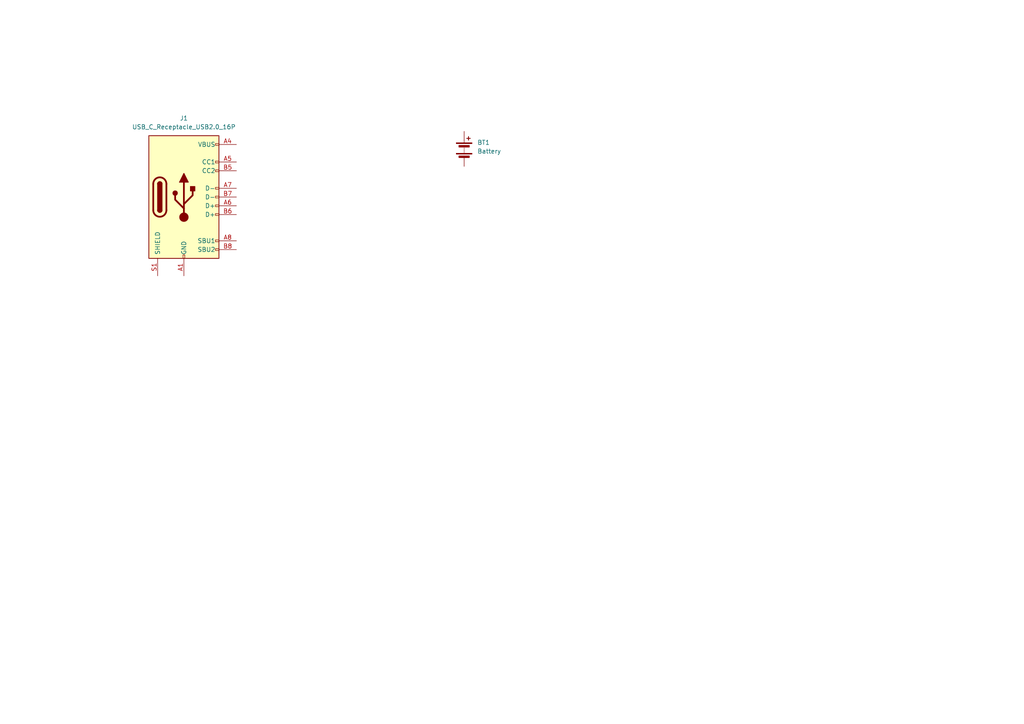
<source format=kicad_sch>
(kicad_sch (version 20231120) (generator "eeschema") (generator_version "8.0")
  (paper "A4")
  (lib_symbols
    (symbol "Connector:USB_C_Receptacle_USB2.0_16P" (pin_names (offset 1.016))
      (property "Reference" "J" (at 0 22.225 0))
      (property "Value" "USB_C_Receptacle_USB2.0_16P" (at 0 19.685 0))
      (symbol "USB_C_Receptacle_USB2.0_16P_0_0"
        (rectangle (start -0.254 -17.78) (end 0.254 -16.764))
        (rectangle (start 10.16 -14.986) (end 9.144 -15.494))
        (rectangle (start 10.16 -12.446) (end 9.144 -12.954))
        (rectangle (start 10.16 -4.826) (end 9.144 -5.334))
        (rectangle (start 10.16 -2.286) (end 9.144 -2.794))
        (rectangle (start 10.16 0.254) (end 9.144 -0.254))
        (rectangle (start 10.16 2.794) (end 9.144 2.286))
        (rectangle (start 10.16 7.874) (end 9.144 7.366))
        (rectangle (start 10.16 10.414) (end 9.144 9.906))
        (rectangle (start 10.16 15.494) (end 9.144 14.986))
      )
      (symbol "USB_C_Receptacle_USB2.0_16P_0_1"
        (rectangle (start -10.16 17.78) (end 10.16 -17.78) (stroke (width 0.254)) (fill (type background)))
        (arc (start -8.89 -3.81) (mid -6.985 -5.7067) (end -5.08 -3.81) (stroke (width 0.508)))
        (arc (start -7.62 -3.81) (mid -6.985 -4.4423) (end -6.35 -3.81) (stroke (width 0.254)))
        (arc (start -7.62 -3.81) (mid -6.985 -4.4423) (end -6.35 -3.81) (stroke (width 0.254)) (fill (type outline)))
        (rectangle (start -7.62 -3.81) (end -6.35 3.81) (stroke (width 0.254)) (fill (type outline)))
        (arc (start -6.35 3.81) (mid -6.985 4.4423) (end -7.62 3.81) (stroke (width 0.254)))
        (arc (start -6.35 3.81) (mid -6.985 4.4423) (end -7.62 3.81) (stroke (width 0.254)) (fill (type outline)))
        (arc (start -5.08 3.81) (mid -6.985 5.7067) (end -8.89 3.81) (stroke (width 0.508)))
        (circle (center -2.54 1.143) (radius 0.635) (stroke (width 0.254)) (fill (type outline)))
        (circle (center 0 -5.842) (radius 1.27) (fill (type outline)))
        (polyline (pts (xy -8.89 -3.81) (xy -8.89 3.81)) (stroke (width 0.508)))
        (polyline (pts (xy -5.08 3.81) (xy -5.08 -3.81)) (stroke (width 0.508)))
        (polyline (pts (xy 0 -5.842) (xy 0 4.318)) (stroke (width 0.508)))
        (polyline (pts (xy 0 -3.302) (xy -2.54 -0.762) (xy -2.54 0.508)) (stroke (width 0.508)))
        (polyline (pts (xy 0 -2.032) (xy 2.54 0.508) (xy 2.54 1.778)) (stroke (width 0.508)))
        (polyline (pts (xy -1.27 4.318) (xy 0 6.858) (xy 1.27 4.318) (xy -1.27 4.318)) (stroke (width 0.254)) (fill (type outline)))
        (rectangle (start 1.905 1.778) (end 3.175 3.048) (stroke (width 0.254)) (fill (type outline)))
      )
      (symbol "USB_C_Receptacle_USB2.0_16P_1_1"
        (pin passive line (at 0 -22.86 90) (length 5.08) (name "GND") (number "A1"))
        (pin passive line (at 0 -22.86 90) (length 5.08) hide (name "GND") (number "A12"))
        (pin passive line (at 15.24 15.24 180) (length 5.08) (name "VBUS") (number "A4"))
        (pin bidirectional line (at 15.24 10.16 180) (length 5.08) (name "CC1") (number "A5"))
        (pin bidirectional line (at 15.24 -2.54 180) (length 5.08) (name "D+") (number "A6"))
        (pin bidirectional line (at 15.24 2.54 180) (length 5.08) (name "D-") (number "A7"))
        (pin bidirectional line (at 15.24 -12.7 180) (length 5.08) (name "SBU1") (number "A8"))
        (pin passive line (at 15.24 15.24 180) (length 5.08) hide (name "VBUS") (number "A9"))
        (pin passive line (at 0 -22.86 90) (length 5.08) hide (name "GND") (number "B1"))
        (pin passive line (at 0 -22.86 90) (length 5.08) hide (name "GND") (number "B12"))
        (pin passive line (at 15.24 15.24 180) (length 5.08) hide (name "VBUS") (number "B4"))
        (pin bidirectional line (at 15.24 7.62 180) (length 5.08) (name "CC2") (number "B5"))
        (pin bidirectional line (at 15.24 -5.08 180) (length 5.08) (name "D+") (number "B6"))
        (pin bidirectional line (at 15.24 0 180) (length 5.08) (name "D-") (number "B7"))
        (pin bidirectional line (at 15.24 -15.24 180) (length 5.08) (name "SBU2") (number "B8"))
        (pin passive line (at 15.24 15.24 180) (length 5.08) hide (name "VBUS") (number "B9"))
        (pin passive line (at -7.62 -22.86 90) (length 5.08) (name "SHIELD") (number "S1"))
      )
    )
    (symbol "Device:Battery" (pin_numbers hide) (pin_names (offset 0) hide)
      (property "Reference" "BT" (at 2.54 2.54 0))
      (property "Value" "Battery" (at 2.54 0 0))
      (symbol "Battery_0_1"
        (rectangle (start -2.286 -1.27) (end 2.286 -1.524) (fill (type outline)))
        (rectangle (start -2.286 1.778) (end 2.286 1.524) (fill (type outline)))
        (rectangle (start -1.524 -2.032) (end 1.524 -2.54) (fill (type outline)))
        (rectangle (start -1.524 1.016) (end 1.524 0.508) (fill (type outline)))
        (polyline (pts (xy 0 -1.016) (xy 0 -0.762)))
        (polyline (pts (xy 0 -0.508) (xy 0 -0.254)))
        (polyline (pts (xy 0 0) (xy 0 0.254)))
        (polyline (pts (xy 0 1.778) (xy 0 2.54)))
        (polyline (pts (xy 0.762 3.048) (xy 1.778 3.048)) (stroke (width 0.254)))
        (polyline (pts (xy 1.27 3.556) (xy 1.27 2.54)) (stroke (width 0.254)))
      )
      (symbol "Battery_1_1"
        (pin passive line (at 0 5.08 270) (length 2.54) (name "+") (number "1"))
        (pin passive line (at 0 -5.08 90) (length 2.54) (name "-") (number "2"))
      )
    )
  )
  (symbol (lib_id "Connector:USB_C_Receptacle_USB2.0_16P") (at 53.34 57.15 0) (unit 1)
    (property "Reference" "J1" (at 53.34 34.29 0))
    (property "Value" "USB_C_Receptacle_USB2.0_16P" (at 53.34 36.83 0))
    (property "Footprint" "Connector_USB:USB_C_Receptacle_GCT_USB4105-xx-A_16P_TopMnt_Horizontal" (effects (hide yes)))
    (property "Datasheet" "https://www.usb.org/sites/default/files/documents/usb_type-c.zip" (effects (hide yes)))
    (property "Description" "USB 2.0-only 16P Type-C Receptacle connector" (effects (hide yes)))
  )
  (symbol (lib_id "Device:Battery") (at 134.62 43.18 0) (unit 1)
    (property "Reference" "BT1" (at 138.43 41.3384 0) (effects (justify left)))
    (property "Value" "Battery" (at 138.43 43.8784 0) (effects (justify left)))
    (property "Footprint" "Connector_JST:JST_PH_S2B-PH-SM4-TB_1x02-1MP_P2.00mm_Horizontal" (effects (hide yes)))
    (property "Description" "Multiple-cell battery" (effects (hide yes)))
  )
)
</source>
